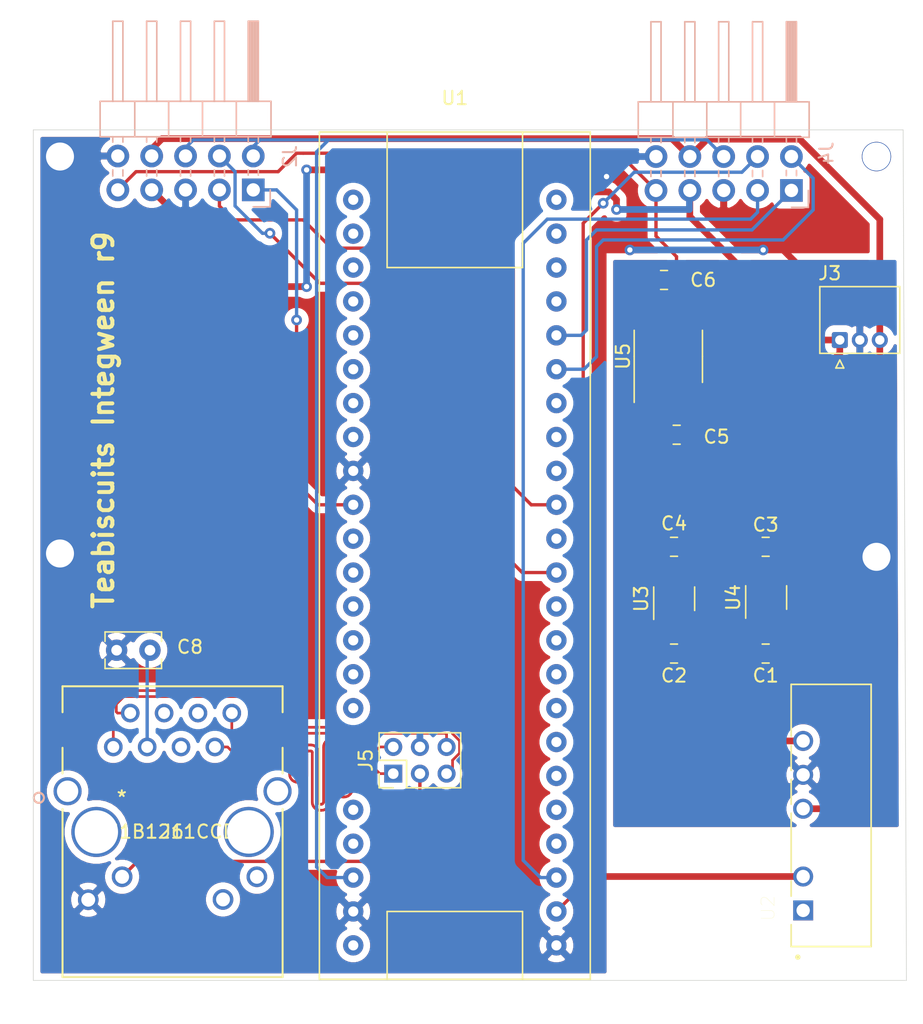
<source format=kicad_pcb>
(kicad_pcb (version 20171130) (host pcbnew "(5.1.6-0-10_14)")
  (layers (0 F.Cu signal) (31 B.Cu signal) (34 B.Paste user) (35 F.Paste user) (36 B.SilkS user) (37 F.SilkS user) (38 B.Mask user) (39 F.Mask user) (44 Edge.Cuts user))
  (net 0 "")
  (net 1 +5V)
  (net 2 GND)
  (net 3 SPI4_CS2)
  (net 4 SPI4_CS1)
  (net 5 SPI4_CS0)
  (net 6 SPI4_SCLK)
  (net 7 SPI4_MOSI)
  (net 8 SPI4_MISO)
  (net 9 SPI1_CS0)
  (net 10 SPI1_SCLK)
  (net 11 SPI1_MOSI)
  (net 12 SPI1_MISO)
  (net 13 2)
  (net 14 3)
  (net 15 4)
  (net 16 5)
  (net 17 6)
  (net 18 7)
  (net 19 8)
  (net 20 9)
  (net 21 24)
  (net 22 25)
  (net 23 28)
  (net 24 30)
  (net 25 31)
  (net 26 35)
  (net 27 16)
  (net 28 17)
  (net 29 18)
  (net 30 19)
  (net 31 22)
  (net 32 23)
  (net 33 O1)
  (net 34 "Net-(U1-PadM2)")
  (net 35 A1)
  (net 36 A2)
  (net 37 A4)
  (net 38 A3)
  (net 39 +2V5)
  (net 40 -2V5)
  (net 41 "Net-(C8-Pad2)")
  (net 42 IOREF)
  (net 43 "Net-(J6-Pad11)")
  (net 44 "Net-(J6-Pad12)")
  (net 45 "Net-(U4-Pad4)")
  (net 46 T-)
  (net 47 T+)
  (net 48 R+)
  (net 49 R-)
  (net 50 LED)
  (net 51 "Net-(J6-Pad4)")
  (net 52 "Net-(J6-Pad6)")
  (net 53 "Net-(J6-Pad5)")
  (net 54 "Net-(U1-Pad39)")
  (net 55 "Net-(C1-Pad1)")
  (net 56 "Net-(C2-Pad1)")
  (net 57 REF)
  (net 58 "Net-(U5-Pad8)")
  (net 59 "Net-(U5-Pad7)")
  (net 60 "Net-(U5-Pad5)")
  (net 61 "Net-(U5-Pad3)")
  (net 62 "Net-(U5-Pad1)")
  (net 63 DAC_LDAC)
  (net 64 "Net-(U1-Pad34)")
  (module teensy41:teensy41 (layer F.Cu) (at 124.62 141.47 180)
    (fp_text reference U1 (at 0 38.1) (layer F.SilkS))
    (fp_text value teensy41)
    (pad M1 thru_hole circle (at -7.62 -25.4 180) (size 1.524 1.524) (drill 0.762) (layers *.Cu *.Mask) (net 2 GND))
    (pad 0 thru_hole circle (at -7.62 -22.86 180) (size 1.524 1.524) (drill 0.762) (layers *.Cu *.Mask) (net 63 DAC_LDAC))
    (pad 1 thru_hole circle (at -7.62 -20.32 180) (size 1.524 1.524) (drill 0.762) (layers *.Cu *.Mask) (net 12 SPI1_MISO))
    (pad 2 thru_hole circle (at -7.62 -17.78 180) (size 1.524 1.524) (drill 0.762) (layers *.Cu *.Mask) (net 13 2))
    (pad 3 thru_hole circle (at -7.62 -15.24 180) (size 1.524 1.524) (drill 0.762) (layers *.Cu *.Mask) (net 14 3))
    (pad 4 thru_hole circle (at -7.62 -12.7 180) (size 1.524 1.524) (drill 0.762) (layers *.Cu *.Mask) (net 15 4))
    (pad 5 thru_hole circle (at -7.62 -10.16 180) (size 1.524 1.524) (drill 0.762) (layers *.Cu *.Mask) (net 16 5))
    (pad 6 thru_hole circle (at -7.62 -7.62 180) (size 1.524 1.524) (drill 0.762) (layers *.Cu *.Mask) (net 17 6))
    (pad 7 thru_hole circle (at -7.62 -5.08 180) (size 1.524 1.524) (drill 0.762) (layers *.Cu *.Mask) (net 18 7))
    (pad 8 thru_hole circle (at -7.62 -2.54 180) (size 1.524 1.524) (drill 0.762) (layers *.Cu *.Mask) (net 19 8))
    (pad 9 thru_hole circle (at -7.62 0 180) (size 1.524 1.524) (drill 0.762) (layers *.Cu *.Mask) (net 20 9))
    (pad 10 thru_hole circle (at -7.62 2.54 180) (size 1.524 1.524) (drill 0.762) (layers *.Cu *.Mask) (net 5 SPI4_CS0))
    (pad 11 thru_hole circle (at -7.62 5.08 180) (size 1.524 1.524) (drill 0.762) (layers *.Cu *.Mask) (net 7 SPI4_MOSI))
    (pad 12 thru_hole circle (at -7.62 7.62 180) (size 1.524 1.524) (drill 0.762) (layers *.Cu *.Mask) (net 8 SPI4_MISO))
    (pad M2 thru_hole circle (at -7.62 10.16 180) (size 1.524 1.524) (drill 0.762) (layers *.Cu *.Mask) (net 34 "Net-(U1-PadM2)"))
    (pad 24 thru_hole circle (at -7.62 12.7 180) (size 1.524 1.524) (drill 0.762) (layers *.Cu *.Mask) (net 21 24))
    (pad 25 thru_hole circle (at -7.62 15.24 180) (size 1.524 1.524) (drill 0.762) (layers *.Cu *.Mask) (net 22 25))
    (pad 26 thru_hole circle (at -7.62 17.78 180) (size 1.524 1.524) (drill 0.762) (layers *.Cu *.Mask) (net 11 SPI1_MOSI))
    (pad 27 thru_hole circle (at -7.62 20.32 180) (size 1.524 1.524) (drill 0.762) (layers *.Cu *.Mask) (net 10 SPI1_SCLK))
    (pad 28 thru_hole circle (at -7.62 22.86 180) (size 1.524 1.524) (drill 0.762) (layers *.Cu *.Mask) (net 23 28))
    (pad 29 thru_hole circle (at -7.62 25.4 180) (size 1.524 1.524) (drill 0.762) (layers *.Cu *.Mask) (net 33 O1))
    (pad 30 thru_hole circle (at -7.62 27.94 180) (size 1.524 1.524) (drill 0.762) (layers *.Cu *.Mask) (net 24 30))
    (pad 31 thru_hole circle (at -7.62 30.48 180) (size 1.524 1.524) (drill 0.762) (layers *.Cu *.Mask) (net 25 31))
    (pad 41 thru_hole circle (at 7.62 12.7 180) (size 1.524 1.524) (drill 0.762) (layers *.Cu *.Mask) (net 35 A1))
    (pad 18 thru_hole circle (at 7.62 -5.08 180) (size 1.524 1.524) (drill 0.762) (layers *.Cu *.Mask) (net 29 18))
    (pad M6 thru_hole circle (at 7.62 -25.4 180) (size 1.524 1.524) (drill 0.762) (layers *.Cu *.Mask) (net 1 +5V))
    (pad 16 thru_hole circle (at 7.62 0 180) (size 1.524 1.524) (drill 0.762) (layers *.Cu *.Mask) (net 27 16))
    (pad 38 thru_hole circle (at 7.62 20.32 180) (size 1.524 1.524) (drill 0.762) (layers *.Cu *.Mask) (net 9 SPI1_CS0))
    (pad 13 thru_hole circle (at 7.62 7.62 180) (size 1.524 1.524) (drill 0.762) (layers *.Cu *.Mask) (net 6 SPI4_SCLK))
    (pad 34 thru_hole circle (at 7.62 30.48 180) (size 1.524 1.524) (drill 0.762) (layers *.Cu *.Mask) (net 64 "Net-(U1-Pad34)"))
    (pad 17 thru_hole circle (at 7.62 -2.54 180) (size 1.524 1.524) (drill 0.762) (layers *.Cu *.Mask) (net 28 17))
    (pad 36 thru_hole circle (at 7.62 25.4 180) (size 1.524 1.524) (drill 0.762) (layers *.Cu *.Mask) (net 3 SPI4_CS2))
    (pad 37 thru_hole circle (at 7.62 22.86 180) (size 1.524 1.524) (drill 0.762) (layers *.Cu *.Mask) (net 4 SPI4_CS1))
    (pad 40 thru_hole circle (at 7.62 15.24 180) (size 1.524 1.524) (drill 0.762) (layers *.Cu *.Mask) (net 36 A2))
    (pad 22 thru_hole circle (at 7.62 -15.24 180) (size 1.524 1.524) (drill 0.762) (layers *.Cu *.Mask) (net 31 22))
    (pad 19 thru_hole circle (at 7.62 -7.62 180) (size 1.524 1.524) (drill 0.762) (layers *.Cu *.Mask) (net 30 19))
    (pad 23 thru_hole circle (at 7.62 -17.78 180) (size 1.524 1.524) (drill 0.762) (layers *.Cu *.Mask) (net 32 23))
    (pad 15 thru_hole circle (at 7.62 2.54 180) (size 1.524 1.524) (drill 0.762) (layers *.Cu *.Mask) (net 37 A4))
    (pad M5 thru_hole circle (at 7.62 -22.86 180) (size 1.524 1.524) (drill 0.762) (layers *.Cu *.Mask) (net 2 GND))
    (pad 39 thru_hole circle (at 7.62 17.78 180) (size 1.524 1.524) (drill 0.762) (layers *.Cu *.Mask) (net 54 "Net-(U1-Pad39)"))
    (pad 14 thru_hole circle (at 7.62 5.08 180) (size 1.524 1.524) (drill 0.762) (layers *.Cu *.Mask) (net 38 A3))
    (pad M3 thru_hole circle (at 7.62 10.16 180) (size 1.524 1.524) (drill 0.762) (layers *.Cu *.Mask) (net 2 GND))
    (pad 35 thru_hole circle (at 7.62 27.94 180) (size 1.524 1.524) (drill 0.762) (layers *.Cu *.Mask) (net 26 35))
    (pad M4 thru_hole circle (at 7.62 -20.32 180) (size 1.524 1.524) (drill 0.762) (layers *.Cu *.Mask) (net 42 IOREF))
  )
  (module Package_TO_SOT_SMD:TSOT-23-5 (layer F.Cu) (at 147.95 140.8 90)
    (fp_text reference U4 (at 0 -2.45 90) (layer F.SilkS))
    (fp_text value ADP7182AUJZ-2.5)
    (pad 5 smd rect (at 1.31 -0.95 90) (size 1.22 0.65) (layers F.Cu F.Paste F.Mask) (net 40 -2V5))
    (pad 4 smd rect (at 1.31 0.95 90) (size 1.22 0.65) (layers F.Cu F.Paste F.Mask) (net 45 "Net-(U4-Pad4)"))
    (pad 3 smd rect (at -1.31 0.95 90) (size 1.22 0.65) (layers F.Cu F.Paste F.Mask) (net 55 "Net-(C1-Pad1)"))
    (pad 2 smd rect (at -1.31 0 90) (size 1.22 0.65) (layers F.Cu F.Paste F.Mask) (net 55 "Net-(C1-Pad1)"))
    (pad 1 smd rect (at -1.31 -0.95 90) (size 1.22 0.65) (layers F.Cu F.Paste F.Mask) (net 2 GND))
  )
  (module PDME1-S5-D3-S:CONV_PDME1-S5-D3-S (layer F.Cu) (at 150.75 164.25 90)
    (fp_text reference U2 (at 0.175 -2.635 90) (layer F.SilkS) (effects (font (thickness 0.015))))
    (fp_text value PDME1-S5-D3-S)
    (pad 6 thru_hole circle (at 12.7 0 90) (size 1.5 1.5) (drill 1) (layers *.Cu *.Mask) (net 56 "Net-(C2-Pad1)"))
    (pad 5 thru_hole circle (at 10.16 0 90) (size 1.5 1.5) (drill 1) (layers *.Cu *.Mask) (net 2 GND))
    (pad 4 thru_hole circle (at 7.62 0 90) (size 1.5 1.5) (drill 1) (layers *.Cu *.Mask) (net 55 "Net-(C1-Pad1)"))
    (pad 2 thru_hole circle (at 2.54 0 90) (size 1.5 1.5) (drill 1) (layers *.Cu *.Mask) (net 2 GND))
    (pad 1 thru_hole rect (at 0 0 90) (size 1.5 1.5) (drill 1) (layers *.Cu *.Mask) (net 1 +5V))
  )
  (module Package_SO:SOIC-8_3.9x4.9mm_P1.27mm (layer F.Cu) (at 140.635 122.725 90)
    (fp_text reference U5 (at 0 -3.4 90) (layer F.SilkS))
    (fp_text value REF5020AD)
    (pad 8 smd roundrect (at 2.475 -1.905 90) (size 1.95 0.6) (layers F.Cu F.Paste F.Mask) (net 58 "Net-(U5-Pad8)"))
    (pad 7 smd roundrect (at 2.475 -0.635 90) (size 1.95 0.6) (layers F.Cu F.Paste F.Mask) (net 59 "Net-(U5-Pad7)"))
    (pad 6 smd roundrect (at 2.475 0.635 90) (size 1.95 0.6) (layers F.Cu F.Paste F.Mask) (net 57 REF))
    (pad 5 smd roundrect (at 2.475 1.905 90) (size 1.95 0.6) (layers F.Cu F.Paste F.Mask) (net 60 "Net-(U5-Pad5)"))
    (pad 4 smd roundrect (at -2.475 1.905 90) (size 1.95 0.6) (layers F.Cu F.Paste F.Mask) (net 2 GND))
    (pad 3 smd roundrect (at -2.475 0.635 90) (size 1.95 0.6) (layers F.Cu F.Paste F.Mask) (net 61 "Net-(U5-Pad3)"))
    (pad 2 smd roundrect (at -2.475 -0.635 90) (size 1.95 0.6) (layers F.Cu F.Paste F.Mask) (net 39 +2V5))
    (pad 1 smd roundrect (at -2.475 -1.905 90) (size 1.95 0.6) (layers F.Cu F.Paste F.Mask) (net 62 "Net-(U5-Pad1)"))
  )
  (module Package_TO_SOT_SMD:TSOT-23-5 (layer F.Cu) (at 141.05 140.89 90)
    (fp_text reference U3 (at 0 -2.45 90) (layer F.SilkS))
    (fp_text value ADP7142AUJZ-2.5)
    (pad 5 smd rect (at 1.31 -0.95 90) (size 1.22 0.65) (layers F.Cu F.Paste F.Mask) (net 39 +2V5))
    (pad 4 smd rect (at 1.31 0.95 90) (size 1.22 0.65) (layers F.Cu F.Paste F.Mask) (net 39 +2V5))
    (pad 3 smd rect (at -1.31 0.95 90) (size 1.22 0.65) (layers F.Cu F.Paste F.Mask) (net 56 "Net-(C2-Pad1)"))
    (pad 2 smd rect (at -1.31 0 90) (size 1.22 0.65) (layers F.Cu F.Paste F.Mask) (net 2 GND))
    (pad 1 smd rect (at -1.31 -0.95 90) (size 1.22 0.65) (layers F.Cu F.Paste F.Mask) (net 56 "Net-(C2-Pad1)"))
  )
  (module Connector_PinHeader_2.54mm:PinHeader_2x05_P2.54mm_Horizontal (layer B.Cu) (at 149.87 110.29 90)
    (fp_text reference J4 (at 2.79 2.63 90) (layer B.SilkS) (effects (justify mirror)))
    (fp_text value Conn_02x05_Odd_Even)
    (pad 10 thru_hole oval (at 2.54 -10.16 90) (size 1.7 1.7) (drill 1) (layers *.Cu *.Mask) (net 2 GND))
    (pad 9 thru_hole oval (at 0 -10.16 90) (size 1.7 1.7) (drill 1) (layers *.Cu *.Mask) (net 57 REF))
    (pad 8 thru_hole oval (at 2.54 -7.62 90) (size 1.7 1.7) (drill 1) (layers *.Cu *.Mask) (net 40 -2V5))
    (pad 7 thru_hole oval (at 0 -7.62 90) (size 1.7 1.7) (drill 1) (layers *.Cu *.Mask) (net 39 +2V5))
    (pad 6 thru_hole oval (at 2.54 -5.08 90) (size 1.7 1.7) (drill 1) (layers *.Cu *.Mask) (net 42 IOREF))
    (pad 5 thru_hole oval (at 0 -5.08 90) (size 1.7 1.7) (drill 1) (layers *.Cu *.Mask) (net 2 GND))
    (pad 4 thru_hole oval (at 2.54 -2.54 90) (size 1.7 1.7) (drill 1) (layers *.Cu *.Mask) (net 63 DAC_LDAC))
    (pad 3 thru_hole oval (at 0 -2.54 90) (size 1.7 1.7) (drill 1) (layers *.Cu *.Mask) (net 12 SPI1_MISO))
    (pad 2 thru_hole oval (at 2.54 0 90) (size 1.7 1.7) (drill 1) (layers *.Cu *.Mask) (net 11 SPI1_MOSI))
    (pad 1 thru_hole rect (at 0 0 90) (size 1.7 1.7) (drill 1) (layers *.Cu *.Mask) (net 10 SPI1_SCLK))
  )
  (module Connector_PinHeader_2.54mm:PinHeader_2x05_P2.54mm_Horizontal (layer B.Cu) (at 109.5 110.25 90)
    (fp_text reference J2 (at 2.5 2.75 90) (layer B.SilkS) (effects (justify mirror)))
    (fp_text value Conn_02x05_Odd_Even)
    (pad 10 thru_hole oval (at 2.54 -10.16 90) (size 1.7 1.7) (drill 1) (layers *.Cu *.Mask) (net 2 GND))
    (pad 9 thru_hole oval (at 0 -10.16 90) (size 1.7 1.7) (drill 1) (layers *.Cu *.Mask) (net 57 REF))
    (pad 8 thru_hole oval (at 2.54 -7.62 90) (size 1.7 1.7) (drill 1) (layers *.Cu *.Mask) (net 40 -2V5))
    (pad 7 thru_hole oval (at 0 -7.62 90) (size 1.7 1.7) (drill 1) (layers *.Cu *.Mask) (net 39 +2V5))
    (pad 6 thru_hole oval (at 2.54 -5.08 90) (size 1.7 1.7) (drill 1) (layers *.Cu *.Mask) (net 42 IOREF))
    (pad 5 thru_hole oval (at 0 -5.08 90) (size 1.7 1.7) (drill 1) (layers *.Cu *.Mask) (net 2 GND))
    (pad 4 thru_hole oval (at 2.54 -2.54 90) (size 1.7 1.7) (drill 1) (layers *.Cu *.Mask) (net 5 SPI4_CS0))
    (pad 3 thru_hole oval (at 0 -2.54 90) (size 1.7 1.7) (drill 1) (layers *.Cu *.Mask) (net 8 SPI4_MISO))
    (pad 2 thru_hole oval (at 2.54 0 90) (size 1.7 1.7) (drill 1) (layers *.Cu *.Mask) (net 42 IOREF))
    (pad 1 thru_hole rect (at 0 0 90) (size 1.7 1.7) (drill 1) (layers *.Cu *.Mask) (net 6 SPI4_SCLK))
  )
  (module Capacitor_SMD:C_0805_2012Metric (layer F.Cu) (at 140.3125 117 180)
    (fp_text reference C6 (at -2.9375 0) (layer F.SilkS))
    (fp_text value 0.1uF)
    (pad 2 smd roundrect (at 0.9375 0 180) (size 0.975 1.4) (layers F.Cu F.Paste F.Mask) (net 2 GND))
    (pad 1 smd roundrect (at -0.9375 0 180) (size 0.975 1.4) (layers F.Cu F.Paste F.Mask) (net 57 REF))
  )
  (module Capacitor_SMD:C_0805_2012Metric (layer F.Cu) (at 141.2625 128.6)
    (fp_text reference C5 (at 2.9875 0.15) (layer F.SilkS))
    (fp_text value 0.1uF)
    (pad 2 smd roundrect (at 0.9375 0) (size 0.975 1.4) (layers F.Cu F.Paste F.Mask) (net 2 GND))
    (pad 1 smd roundrect (at -0.9375 0) (size 0.975 1.4) (layers F.Cu F.Paste F.Mask) (net 39 +2V5))
  )
  (module Capacitor_SMD:C_0805_2012Metric (layer F.Cu) (at 141.0625 137 180)
    (fp_text reference C4 (at 0 1.75) (layer F.SilkS))
    (fp_text value 2.2uF)
    (pad 2 smd roundrect (at 0.9375 0 180) (size 0.975 1.4) (layers F.Cu F.Paste F.Mask) (net 2 GND))
    (pad 1 smd roundrect (at -0.9375 0 180) (size 0.975 1.4) (layers F.Cu F.Paste F.Mask) (net 39 +2V5))
  )
  (module Capacitor_SMD:C_0805_2012Metric (layer F.Cu) (at 147.9375 137)
    (fp_text reference C3 (at 0 -1.65) (layer F.SilkS))
    (fp_text value 2.2uF)
    (pad 2 smd roundrect (at 0.9375 0) (size 0.975 1.4) (layers F.Cu F.Paste F.Mask) (net 2 GND))
    (pad 1 smd roundrect (at -0.9375 0) (size 0.975 1.4) (layers F.Cu F.Paste F.Mask) (net 40 -2V5))
  )
  (module Capacitor_SMD:C_0805_2012Metric (layer F.Cu) (at 141.0625 145 180)
    (fp_text reference C2 (at 0 -1.65) (layer F.SilkS))
    (fp_text value 2.2uF)
    (pad 2 smd roundrect (at 0.9375 0 180) (size 0.975 1.4) (layers F.Cu F.Paste F.Mask) (net 2 GND))
    (pad 1 smd roundrect (at -0.9375 0 180) (size 0.975 1.4) (layers F.Cu F.Paste F.Mask) (net 56 "Net-(C2-Pad1)"))
  )
  (module Capacitor_SMD:C_0805_2012Metric (layer F.Cu) (at 147.9375 145 180)
    (fp_text reference C1 (at 0 -1.65) (layer F.SilkS))
    (fp_text value 2.2uF)
    (pad 2 smd roundrect (at 0.9375 0 180) (size 0.975 1.4) (layers F.Cu F.Paste F.Mask) (net 2 GND))
    (pad 1 smd roundrect (at -0.9375 0 180) (size 0.975 1.4) (layers F.Cu F.Paste F.Mask) (net 55 "Net-(C1-Pad1)"))
  )
  (module Capacitor_THT:C_Rect_L4.0mm_W2.5mm_P2.50mm (layer F.Cu) (at 99.25 144.75)
    (fp_text reference C8 (at 5.5 -0.25) (layer F.SilkS))
    (fp_text value CP)
    (pad 2 thru_hole circle (at 2.5 0) (size 1.6 1.6) (drill 0.8) (layers *.Cu *.Mask) (net 41 "Net-(C8-Pad2)"))
    (pad 1 thru_hole circle (at 0 0) (size 1.6 1.6) (drill 0.8) (layers *.Cu *.Mask) (net 2 GND))
  )
  (module JST1_5_3p:JST (layer F.Cu) (at 153.5 121.5)
    (fp_text reference J3 (at -0.75 -5 180) (layer F.SilkS))
    (fp_text value Conn_01x03 hide)
    (pad 3 thru_hole oval (at 3 0) (size 1.2 1.2) (drill 0.7) (layers *.Cu *.Mask) (net 40 -2V5))
    (pad 2 thru_hole oval (at 1.5 0) (size 1.2 1.2) (drill 0.7) (layers *.Cu *.Mask) (net 2 GND))
    (pad 1 thru_hole roundrect (at 0 0) (size 1.2 1.2) (drill 0.7) (layers *.Cu *.Mask) (roundrect_rratio 0.147) (net 39 +2V5))
  )
  (module footprints:J1B1211CCD (layer F.Cu) (at 99.635 155.79001)
    (fp_text reference J6 (at 3.81 2.55999) (layer F.SilkS))
    (fp_text value J1B1211CCD (at 3.81 2.55999) (layer F.SilkS))
    (fp_text user * (at 0 0) (layer F.SilkS))
    (pad 2 thru_hole circle (at 0.635 -6.33001) (size 1.397 1.397) (drill 0.889) (layers *.Cu *.Mask) (net 47 T+))
    (pad 4 thru_hole circle (at 3.175 -6.33001) (size 1.397 1.397) (drill 0.889) (layers *.Cu *.Mask) (net 51 "Net-(J6-Pad4)"))
    (pad 6 thru_hole circle (at 5.715 -6.33001) (size 1.397 1.397) (drill 0.889) (layers *.Cu *.Mask) (net 52 "Net-(J6-Pad6)"))
    (pad 8 thru_hole circle (at 8.255 -6.33001) (size 1.397 1.397) (drill 0.889) (layers *.Cu *.Mask) (net 49 R-))
    (pad 1 thru_hole circle (at -0.635 -3.79001) (size 1.397 1.397) (drill 0.889) (layers *.Cu *.Mask) (net 46 T-))
    (pad 3 thru_hole circle (at 1.905 -3.79001) (size 1.397 1.397) (drill 0.889) (layers *.Cu *.Mask) (net 41 "Net-(C8-Pad2)"))
    (pad 5 thru_hole circle (at 4.445 -3.79001) (size 1.397 1.397) (drill 0.889) (layers *.Cu *.Mask) (net 53 "Net-(J6-Pad5)"))
    (pad 7 thru_hole circle (at 6.985 -3.79001) (size 1.397 1.397) (drill 0.889) (layers *.Cu *.Mask) (net 48 R+))
    (pad 9 thru_hole circle (at -2.515 7.65999) (size 1.5494 1.5494) (drill 1.0414) (layers *.Cu *.Mask) (net 2 GND))
    (pad 10 thru_hole circle (at 0.025 5.93999) (size 1.5494 1.5494) (drill 1.0414) (layers *.Cu *.Mask) (net 50 LED))
    (pad 11 thru_hole circle (at 7.595 7.63999) (size 1.5494 1.5494) (drill 1.0414) (layers *.Cu *.Mask) (net 43 "Net-(J6-Pad11)"))
    (pad 12 thru_hole circle (at 10.135 5.93999) (size 1.5494 1.5494) (drill 1.0414) (layers *.Cu *.Mask) (net 44 "Net-(J6-Pad12)"))
    (pad 14 thru_hole circle (at -1.905 2.57999 90) (size 3.7592 3.7592) (drill 3.2512) (layers *.Cu *.Mask))
    (pad 15 thru_hole circle (at 9.525 2.57999 90) (size 3.7592 3.7592) (drill 3.2512) (layers *.Cu *.Mask))
    (pad 13 thru_hole circle (at -4.064998 -0.47001 90) (size 2.1082 2.1082) (drill 1.6002) (layers *.Cu *.Mask))
    (pad 16 thru_hole circle (at 11.684998 -0.47001 90) (size 2.1082 2.1082) (drill 1.6002) (layers *.Cu *.Mask))
  )
  (module Connector_PinHeader_2.00mm:PinHeader_2x03_P2.00mm_Vertical (layer F.Cu) (at 120 154 90)
    (fp_text reference J5 (at 1 -2.06 90) (layer F.SilkS))
    (fp_text value Conn_02x03_Odd_Even hide)
    (pad 1 thru_hole rect (at 0 0 90) (size 1.35 1.35) (drill 0.8) (layers *.Cu *.Mask) (net 48 R+))
    (pad 2 thru_hole oval (at 2 0 90) (size 1.35 1.35) (drill 0.8) (layers *.Cu *.Mask) (net 49 R-))
    (pad 3 thru_hole oval (at 0 2 90) (size 1.35 1.35) (drill 0.8) (layers *.Cu *.Mask) (net 50 LED))
    (pad 4 thru_hole oval (at 2 2 90) (size 1.35 1.35) (drill 0.8) (layers *.Cu *.Mask) (net 2 GND))
    (pad 5 thru_hole oval (at 0 4 90) (size 1.35 1.35) (drill 0.8) (layers *.Cu *.Mask) (net 46 T-))
    (pad 6 thru_hole oval (at 2 4 90) (size 1.35 1.35) (drill 0.8) (layers *.Cu *.Mask) (net 47 T+))
  )
  (gr_text "Teabiscuits Integween r9" (at 98.25 127.5 90) (layer F.SilkS) (effects (font (size 1.5 1.5) (thickness 0.3))))
  (gr_line (start 93 105.75) (end 93 169.5) (layer Edge.Cuts) (width 0.05))
  (gr_line (start 158.25 105.75) (end 93 105.75) (layer Edge.Cuts) (width 0.05))
  (gr_line (start 158.5 169.5) (end 158.25 105.75) (layer Edge.Cuts) (width 0.05))
  (gr_line (start 93 169.5) (end 158.5 169.5) (layer Edge.Cuts) (width 0.05))
  (via (at 156.25 107.75) (size 2.2) (drill 2.1) (layers F.Cu B.Cu) (net 0))
  (via (at 95 107.75) (size 2.2) (drill 2.1) (layers F.Cu B.Cu) (net 2))
  (via (at 156.25 137.75) (size 2.2) (drill 2.1) (layers F.Cu B.Cu) (net 2))
  (via (at 95 137.5) (size 2.2) (drill 2.1) (layers F.Cu B.Cu) (net 2))
  (segment (start 150.75 161.71) (end 135.29 161.71) (width 0.5) (layer F.Cu) (net 2))
  (segment (start 141.05 142.2) (end 141.05 141.05) (width 0.5) (layer F.Cu) (net 2))
  (segment (start 155 121.5) (end 155 119.5) (width 0.5) (layer F.Cu) (net 2))
  (segment (start 155 119.5) (end 151.5 116) (width 0.5) (layer F.Cu) (net 2))
  (segment (start 151.5 116) (end 150.5 116) (width 0.5) (layer F.Cu) (net 2))
  (segment (start 150.5 116) (end 147.25 112.75) (width 0.5) (layer F.Cu) (net 2))
  (segment (start 145.33 112.75) (end 144.79 112.21) (width 0.5) (layer F.Cu) (net 2))
  (segment (start 147.25 112.75) (end 145.33 112.75) (width 0.5) (layer F.Cu) (net 2))
  (segment (start 144.79 112.21) (end 144.79 112.79) (width 0.5) (layer F.Cu) (net 2))
  (segment (start 144.79 110.29) (end 144.79 112.21) (width 0.5) (layer F.Cu) (net 2))
  (via (at 147.75 114.75) (size 0.8) (drill 0.4) (layers F.Cu B.Cu) (net 2))
  (segment (start 144.79 111.79) (end 147.75 114.75) (width 0.5) (layer F.Cu) (net 2))
  (segment (start 144.79 110.29) (end 144.79 111.79) (width 0.5) (layer F.Cu) (net 2))
  (via (at 137.75 114.75) (size 0.8) (drill 0.4) (layers F.Cu B.Cu) (net 2))
  (segment (start 147.75 114.75) (end 137.75 114.75) (width 0.5) (layer B.Cu) (net 2))
  (via (at 136 109.25) (size 0.8) (drill 0.4) (layers F.Cu B.Cu) (net 2))
  (segment (start 137.75 110) (end 137 109.25) (width 0.5) (layer F.Cu) (net 2))
  (segment (start 137.75 114.75) (end 137.75 110) (width 0.5) (layer F.Cu) (net 2))
  (segment (start 127 117.25) (end 128.25 118.5) (width 0.25) (layer F.Cu) (net 5))
  (segment (start 128.25 118.5) (end 128.25 137.5) (width 0.25) (layer F.Cu) (net 5))
  (segment (start 129.68 138.93) (end 132.24 138.93) (width 0.25) (layer F.Cu) (net 5))
  (segment (start 128.25 137.5) (end 129.68 138.93) (width 0.25) (layer F.Cu) (net 5))
  (via (at 110.75 113.5) (size 0.8) (drill 0.4) (layers F.Cu B.Cu) (net 5))
  (segment (start 108.135001 108.885001) (end 106.96 107.71) (width 0.25) (layer B.Cu) (net 5))
  (segment (start 110.184315 113.5) (end 108.135001 111.450686) (width 0.25) (layer B.Cu) (net 5))
  (segment (start 108.135001 111.450686) (end 108.135001 108.885001) (width 0.25) (layer B.Cu) (net 5))
  (segment (start 110.75 113.5) (end 110.184315 113.5) (width 0.25) (layer B.Cu) (net 5))
  (segment (start 114.75 117.25) (end 114.5 117.25) (width 0.25) (layer F.Cu) (net 5))
  (segment (start 114.5 117.25) (end 110.75 113.5) (width 0.25) (layer F.Cu) (net 5))
  (segment (start 114.75 117.25) (end 127 117.25) (width 0.25) (layer F.Cu) (net 5))
  (segment (start 112.75 120) (end 112.75 132.25) (width 0.25) (layer F.Cu) (net 6))
  (segment (start 114.35 133.85) (end 117 133.85) (width 0.25) (layer F.Cu) (net 6))
  (segment (start 112.75 132.25) (end 114.35 133.85) (width 0.25) (layer F.Cu) (net 6))
  (via (at 112.75 120) (size 0.8) (drill 0.4) (layers F.Cu B.Cu) (net 6))
  (segment (start 112.75 120) (end 112.75 111.75) (width 0.25) (layer B.Cu) (net 6))
  (segment (start 111.25 110.25) (end 109.5 110.25) (width 0.25) (layer B.Cu) (net 6))
  (segment (start 112.75 111.75) (end 111.25 110.25) (width 0.25) (layer B.Cu) (net 6))
  (segment (start 115.367001 114.617001) (end 127.617001 114.617001) (width 0.25) (layer F.Cu) (net 8))
  (segment (start 113.25 112.5) (end 115.367001 114.617001) (width 0.25) (layer F.Cu) (net 8))
  (segment (start 127.617001 114.617001) (end 129 116) (width 0.25) (layer F.Cu) (net 8))
  (segment (start 129 116) (end 129 132.5) (width 0.25) (layer F.Cu) (net 8))
  (segment (start 130.35 133.85) (end 132.24 133.85) (width 0.25) (layer F.Cu) (net 8))
  (segment (start 129 132.5) (end 130.35 133.85) (width 0.25) (layer F.Cu) (net 8))
  (segment (start 113.25 112.5) (end 108 112.5) (width 0.25) (layer F.Cu) (net 8))
  (segment (start 106.96 111.46) (end 106.96 110.25) (width 0.25) (layer F.Cu) (net 8))
  (segment (start 108 112.5) (end 106.96 111.46) (width 0.25) (layer F.Cu) (net 8))
  (segment (start 134.1 121.15) (end 132.24 121.15) (width 0.25) (layer B.Cu) (net 10))
  (segment (start 134.5 120.75) (end 134.1 121.15) (width 0.25) (layer B.Cu) (net 10))
  (segment (start 134.5 114) (end 134.5 120.75) (width 0.25) (layer B.Cu) (net 10))
  (segment (start 135.25 113.25) (end 134.5 114) (width 0.25) (layer B.Cu) (net 10))
  (segment (start 146.91 113.25) (end 135.25 113.25) (width 0.25) (layer B.Cu) (net 10))
  (segment (start 149.87 110.29) (end 146.91 113.25) (width 0.25) (layer B.Cu) (net 10))
  (segment (start 135.75 114) (end 135.25 114.5) (width 0.25) (layer B.Cu) (net 11))
  (segment (start 135.25 114.5) (end 135.25 122.75) (width 0.25) (layer B.Cu) (net 11))
  (segment (start 151.5 111.75) (end 149.25 114) (width 0.25) (layer B.Cu) (net 11))
  (segment (start 134.31 123.69) (end 132.24 123.69) (width 0.25) (layer B.Cu) (net 11))
  (segment (start 149.25 114) (end 135.75 114) (width 0.25) (layer B.Cu) (net 11))
  (segment (start 151.5 109.38) (end 151.5 111.75) (width 0.25) (layer B.Cu) (net 11))
  (segment (start 135.25 122.75) (end 134.31 123.69) (width 0.25) (layer B.Cu) (net 11))
  (segment (start 149.87 107.75) (end 151.5 109.38) (width 0.25) (layer B.Cu) (net 11))
  (segment (start 147.33 110.29) (end 147.33 111.92) (width 0.25) (layer B.Cu) (net 12))
  (segment (start 146.807001 112.442999) (end 131.557001 112.442999) (width 0.25) (layer B.Cu) (net 12))
  (segment (start 147.33 111.92) (end 146.807001 112.442999) (width 0.25) (layer B.Cu) (net 12))
  (segment (start 131.557001 112.442999) (end 129.75 114.25) (width 0.25) (layer B.Cu) (net 12))
  (segment (start 129.75 114.25) (end 129.75 160.5) (width 0.25) (layer B.Cu) (net 12))
  (segment (start 131.04 161.79) (end 132.24 161.79) (width 0.25) (layer B.Cu) (net 12))
  (segment (start 129.75 160.5) (end 131.04 161.79) (width 0.25) (layer B.Cu) (net 12))
  (segment (start 153.25 121.25) (end 153.5 121.5) (width 0.5) (layer F.Cu) (net 39))
  (segment (start 142.25 110.29) (end 142.25 112.25) (width 0.5) (layer F.Cu) (net 39))
  (segment (start 151.5 121.5) (end 153.5 121.5) (width 0.5) (layer F.Cu) (net 39))
  (segment (start 142.25 112.25) (end 151.5 121.5) (width 0.5) (layer F.Cu) (net 39))
  (segment (start 140.1 139.58) (end 142 139.58) (width 0.5) (layer F.Cu) (net 39))
  (segment (start 142 137) (end 142 139.58) (width 0.5) (layer F.Cu) (net 39))
  (segment (start 142 137) (end 142 135.5) (width 0.5) (layer F.Cu) (net 39))
  (segment (start 140.325 133.825) (end 140.325 128.6) (width 0.5) (layer F.Cu) (net 39))
  (segment (start 142 135.5) (end 140.325 133.825) (width 0.5) (layer F.Cu) (net 39))
  (segment (start 140 128.275) (end 140.325 128.6) (width 0.5) (layer F.Cu) (net 39))
  (segment (start 140 125.2) (end 140 128.275) (width 0.5) (layer F.Cu) (net 39))
  (segment (start 140 125.2) (end 140 123.5) (width 0.5) (layer F.Cu) (net 39))
  (segment (start 140 123.5) (end 140.5 123) (width 0.5) (layer F.Cu) (net 39))
  (segment (start 140.5 123) (end 153 123) (width 0.5) (layer F.Cu) (net 39))
  (segment (start 153.5 122.5) (end 153.5 121.5) (width 0.5) (layer F.Cu) (net 39))
  (segment (start 153 123) (end 153.5 122.5) (width 0.5) (layer F.Cu) (net 39))
  (via (at 113.5 117.5) (size 0.8) (drill 0.4) (layers F.Cu B.Cu) (net 39))
  (segment (start 109.13 117.5) (end 113.5 117.5) (width 0.5) (layer F.Cu) (net 39))
  (segment (start 101.88 110.25) (end 109.13 117.5) (width 0.5) (layer F.Cu) (net 39))
  (via (at 113.5 108.75) (size 0.8) (drill 0.4) (layers F.Cu B.Cu) (net 39))
  (segment (start 113.5 117.5) (end 113.5 108.75) (width 0.5) (layer B.Cu) (net 39))
  (segment (start 113.5 108.75) (end 133.5 108.75) (width 0.5) (layer F.Cu) (net 39))
  (via (at 136.75 111.717999) (size 0.8) (drill 0.4) (layers F.Cu B.Cu) (net 39))
  (segment (start 136.158001 110.399999) (end 136.75 110.991998) (width 0.5) (layer F.Cu) (net 39))
  (segment (start 135.149999 110.399999) (end 136.158001 110.399999) (width 0.5) (layer F.Cu) (net 39))
  (segment (start 136.75 110.991998) (end 136.75 111.717999) (width 0.5) (layer F.Cu) (net 39))
  (segment (start 133.5 108.75) (end 135.149999 110.399999) (width 0.5) (layer F.Cu) (net 39))
  (segment (start 136.75 111.717999) (end 142.217999 111.717999) (width 0.5) (layer B.Cu) (net 39))
  (segment (start 142.217999 110.322001) (end 142.25 110.29) (width 0.5) (layer B.Cu) (net 39))
  (segment (start 142.217999 111.717999) (end 142.217999 110.322001) (width 0.5) (layer B.Cu) (net 39))
  (segment (start 143.550001 106.449999) (end 142.25 107.75) (width 0.5) (layer F.Cu) (net 40))
  (segment (start 150.494001 106.449999) (end 143.550001 106.449999) (width 0.5) (layer F.Cu) (net 40))
  (segment (start 156.5 112.455998) (end 150.494001 106.449999) (width 0.5) (layer F.Cu) (net 40))
  (segment (start 156.5 121.5) (end 156.5 112.455998) (width 0.5) (layer F.Cu) (net 40))
  (segment (start 147 139.49) (end 147 137) (width 0.5) (layer F.Cu) (net 40))
  (segment (start 147 137) (end 147 134.5) (width 0.5) (layer F.Cu) (net 40))
  (segment (start 147 134.5) (end 148 133.5) (width 0.5) (layer F.Cu) (net 40))
  (segment (start 148 133.5) (end 155.5 133.5) (width 0.5) (layer F.Cu) (net 40))
  (segment (start 156.5 132.5) (end 156.5 121.5) (width 0.5) (layer F.Cu) (net 40))
  (segment (start 155.5 133.5) (end 156.5 132.5) (width 0.5) (layer F.Cu) (net 40))
  (segment (start 142.25 107.75) (end 140.909999 106.409999) (width 0.5) (layer F.Cu) (net 40))
  (segment (start 140.909999 106.409999) (end 102.659999 106.409999) (width 0.5) (layer F.Cu) (net 40))
  (segment (start 101.88 107.189998) (end 101.88 107.71) (width 0.5) (layer F.Cu) (net 40))
  (segment (start 102.659999 106.409999) (end 101.88 107.189998) (width 0.5) (layer F.Cu) (net 40))
  (segment (start 101.54 144.96) (end 101.75 144.75) (width 0.25) (layer B.Cu) (net 41))
  (segment (start 101.54 152) (end 101.54 144.96) (width 0.25) (layer B.Cu) (net 41))
  (segment (start 117 161.79) (end 115.04 161.79) (width 0.25) (layer B.Cu) (net 42))
  (segment (start 115.04 161.79) (end 114.25 161) (width 0.25) (layer B.Cu) (net 42))
  (segment (start 114.25 107.399998) (end 115.074999 106.574999) (width 0.25) (layer B.Cu) (net 42))
  (segment (start 114.25 161) (end 114.25 107.399998) (width 0.25) (layer B.Cu) (net 42))
  (segment (start 143.54 106.5) (end 143.614999 106.574999) (width 0.25) (layer B.Cu) (net 42))
  (segment (start 143.614999 106.574999) (end 144.79 107.75) (width 0.25) (layer B.Cu) (net 42))
  (segment (start 104.42 107.58) (end 104.42 107.71) (width 0.25) (layer B.Cu) (net 42))
  (segment (start 110.75 106.5) (end 110 106.5) (width 0.25) (layer B.Cu) (net 42))
  (segment (start 110.75 106.5) (end 143.54 106.5) (width 0.25) (layer B.Cu) (net 42))
  (segment (start 109.5 107) (end 109.5 107.71) (width 0.25) (layer B.Cu) (net 42))
  (segment (start 110 106.5) (end 109.5 107) (width 0.25) (layer B.Cu) (net 42))
  (segment (start 110 106.5) (end 105 106.5) (width 0.25) (layer B.Cu) (net 42))
  (segment (start 104.42 107.08) (end 104.42 107.71) (width 0.25) (layer B.Cu) (net 42))
  (segment (start 105 106.5) (end 104.42 107.08) (width 0.25) (layer B.Cu) (net 42))
  (segment (start 98.775 149.553199) (end 99 149.778199) (width 0.2) (layer F.Cu) (net 46))
  (segment (start 99.60669 147.775) (end 98.775 148.60669) (width 0.2) (layer F.Cu) (net 46))
  (segment (start 124.45 150.8818) (end 124.0932 150.525) (width 0.2) (layer F.Cu) (net 46))
  (segment (start 124.45 151.006998) (end 124.45 150.8818) (width 0.2) (layer F.Cu) (net 46))
  (segment (start 124.975001 151.531999) (end 124.45 151.006998) (width 0.2) (layer F.Cu) (net 46))
  (segment (start 99 149.778199) (end 99 152) (width 0.2) (layer F.Cu) (net 46))
  (segment (start 124.45 152.993002) (end 124.975001 152.468001) (width 0.2) (layer F.Cu) (net 46))
  (segment (start 124.45 153.55) (end 124.45 152.993002) (width 0.2) (layer F.Cu) (net 46))
  (segment (start 109.3432 147.775) (end 99.60669 147.775) (width 0.2) (layer F.Cu) (net 46))
  (segment (start 124 154) (end 124.45 153.55) (width 0.2) (layer F.Cu) (net 46))
  (segment (start 124.0932 150.525) (end 112.0932 150.525) (width 0.2) (layer F.Cu) (net 46))
  (segment (start 98.775 148.60669) (end 98.775 149.553199) (width 0.2) (layer F.Cu) (net 46))
  (segment (start 112.0932 150.525) (end 109.3432 147.775) (width 0.2) (layer F.Cu) (net 46))
  (segment (start 124.975001 152.468001) (end 124.975001 151.531999) (width 0.2) (layer F.Cu) (net 46))
  (segment (start 111.9068 150.975) (end 109.1568 148.225) (width 0.2) (layer F.Cu) (net 47))
  (segment (start 99.225 148.79309) (end 99.225 149.366801) (width 0.2) (layer F.Cu) (net 47))
  (segment (start 99.79309 148.225) (end 99.225 148.79309) (width 0.2) (layer F.Cu) (net 47))
  (segment (start 99.318199 149.46) (end 100.27 149.46) (width 0.2) (layer F.Cu) (net 47))
  (segment (start 99.225 149.366801) (end 99.318199 149.46) (width 0.2) (layer F.Cu) (net 47))
  (segment (start 109.1568 148.225) (end 99.79309 148.225) (width 0.2) (layer F.Cu) (net 47))
  (segment (start 123.9068 150.975) (end 111.9068 150.975) (width 0.2) (layer F.Cu) (net 47))
  (segment (start 124 152) (end 124 151.0682) (width 0.2) (layer F.Cu) (net 47))
  (segment (start 124 151.0682) (end 123.9068 150.975) (width 0.2) (layer F.Cu) (net 47))
  (segment (start 117.55559 153.091384) (end 117.458615 152.994409) (width 0.2) (layer F.Cu) (net 48))
  (segment (start 116.578287 155.688449) (end 116.44884 155.733744) (width 0.2) (layer F.Cu) (net 48))
  (segment (start 113.98565 156.402387) (end 113.940355 156.27294) (width 0.2) (layer F.Cu) (net 48))
  (segment (start 115.425 151.850901) (end 115.380495 151.855915) (width 0.2) (layer F.Cu) (net 48))
  (segment (start 117.38565 152.878287) (end 117.340355 152.74884) (width 0.2) (layer F.Cu) (net 48))
  (segment (start 113.912665 152.37141) (end 113.897827 152.347794) (width 0.2) (layer F.Cu) (net 48))
  (segment (start 117.038223 151.870707) (end 117.000302 151.894534) (width 0.2) (layer F.Cu) (net 48))
  (segment (start 115.230014 152.006396) (end 115.225 152.050901) (width 0.2) (layer F.Cu) (net 48))
  (segment (start 117.325 152.612559) (end 117.325 152.050901) (width 0.2) (layer F.Cu) (net 48))
  (segment (start 112.025 153.225) (end 108.796801 153.225) (width 0.2) (layer F.Cu) (net 48))
  (segment (start 115.758615 155.518509) (end 115.68565 155.402387) (width 0.2) (layer F.Cu) (net 48))
  (segment (start 112.069504 153.230015) (end 112.025 153.225) (width 0.2) (layer F.Cu) (net 48))
  (segment (start 112.111776 153.244807) (end 112.069504 153.230015) (width 0.2) (layer F.Cu) (net 48))
  (segment (start 112.181366 153.300303) (end 112.149697 153.268634) (width 0.2) (layer F.Cu) (net 48))
  (segment (start 112.45559 154.515484) (end 112.358615 154.418509) (width 0.2) (layer F.Cu) (net 48))
  (segment (start 112.219985 153.380496) (end 112.205193 153.338224) (width 0.2) (layer F.Cu) (net 48))
  (segment (start 117.169504 151.855915) (end 117.125 151.850901) (width 0.2) (layer F.Cu) (net 48))
  (segment (start 112.225 154.036659) (end 112.225 153.425) (width 0.2) (layer F.Cu) (net 48))
  (segment (start 112.240355 154.17294) (end 112.225 154.036659) (width 0.2) (layer F.Cu) (net 48))
  (segment (start 112.28565 154.302387) (end 112.240355 154.17294) (width 0.2) (layer F.Cu) (net 48))
  (segment (start 114.53744 156.749099) (end 114.401159 156.733744) (width 0.2) (layer F.Cu) (net 48))
  (segment (start 112.701159 154.633744) (end 112.571712 154.588449) (width 0.2) (layer F.Cu) (net 48))
  (segment (start 116.909644 155.27294) (end 116.864349 155.402387) (width 0.2) (layer F.Cu) (net 48))
  (segment (start 115.209644 156.27294) (end 115.164349 156.402387) (width 0.2) (layer F.Cu) (net 48))
  (segment (start 112.912559 154.649099) (end 112.83744 154.649099) (width 0.2) (layer F.Cu) (net 48))
  (segment (start 115.268633 151.926203) (end 115.244806 151.964124) (width 0.2) (layer F.Cu) (net 48))
  (segment (start 113.525 154.036659) (end 113.509644 154.17294) (width 0.2) (layer F.Cu) (net 48))
  (segment (start 113.528122 152.397735) (end 113.525 152.42545) (width 0.2) (layer F.Cu) (net 48))
  (segment (start 117.319985 152.006396) (end 117.305193 151.964124) (width 0.2) (layer F.Cu) (net 48))
  (segment (start 114.058615 156.518509) (end 113.98565 156.402387) (width 0.2) (layer F.Cu) (net 48))
  (segment (start 112.149697 153.268634) (end 112.111776 153.244807) (width 0.2) (layer F.Cu) (net 48))
  (segment (start 113.294409 154.515484) (end 113.178287 154.588449) (width 0.2) (layer F.Cu) (net 48))
  (segment (start 113.552172 152.347794) (end 113.537334 152.37141) (width 0.2) (layer F.Cu) (net 48))
  (segment (start 113.571893 152.328073) (end 113.552172 152.347794) (width 0.2) (layer F.Cu) (net 48))
  (segment (start 115.338223 151.870707) (end 115.300302 151.894534) (width 0.2) (layer F.Cu) (net 48))
  (segment (start 115.581366 151.926203) (end 115.549697 151.894534) (width 0.2) (layer F.Cu) (net 48))
  (segment (start 113.800451 152.300901) (end 113.649549 152.300901) (width 0.2) (layer F.Cu) (net 48))
  (segment (start 113.828165 152.304023) (end 113.800451 152.300901) (width 0.2) (layer F.Cu) (net 48))
  (segment (start 115.625 152.050901) (end 115.619985 152.006396) (width 0.2) (layer F.Cu) (net 48))
  (segment (start 117.211776 151.870707) (end 117.169504 151.855915) (width 0.2) (layer F.Cu) (net 48))
  (segment (start 113.921877 152.397735) (end 113.912665 152.37141) (width 0.2) (layer F.Cu) (net 48))
  (segment (start 113.925 152.42545) (end 113.921877 152.397735) (width 0.2) (layer F.Cu) (net 48))
  (segment (start 116.44884 155.733744) (end 116.312559 155.749099) (width 0.2) (layer F.Cu) (net 48))
  (segment (start 113.178287 154.588449) (end 113.04884 154.633744) (width 0.2) (layer F.Cu) (net 48))
  (segment (start 117.671712 153.164349) (end 117.55559 153.091384) (width 0.2) (layer F.Cu) (net 48))
  (segment (start 113.925 156.136659) (end 113.925 152.42545) (width 0.2) (layer F.Cu) (net 48))
  (segment (start 117.305193 151.964124) (end 117.281366 151.926203) (width 0.2) (layer F.Cu) (net 48))
  (segment (start 113.940355 156.27294) (end 113.925 156.136659) (width 0.2) (layer F.Cu) (net 48))
  (segment (start 116.968633 151.926203) (end 116.944806 151.964124) (width 0.2) (layer F.Cu) (net 48))
  (segment (start 115.091384 156.518509) (end 114.994409 156.615484) (width 0.2) (layer F.Cu) (net 48))
  (segment (start 113.464349 154.302387) (end 113.391384 154.418509) (width 0.2) (layer F.Cu) (net 48))
  (segment (start 112.83744 154.649099) (end 112.701159 154.633744) (width 0.2) (layer F.Cu) (net 48))
  (segment (start 112.205193 153.338224) (end 112.181366 153.300303) (width 0.2) (layer F.Cu) (net 48))
  (segment (start 114.271712 156.688449) (end 114.15559 156.615484) (width 0.2) (layer F.Cu) (net 48))
  (segment (start 113.04884 154.633744) (end 112.912559 154.649099) (width 0.2) (layer F.Cu) (net 48))
  (segment (start 115.380495 151.855915) (end 115.338223 151.870707) (width 0.2) (layer F.Cu) (net 48))
  (segment (start 113.509644 154.17294) (end 113.464349 154.302387) (width 0.2) (layer F.Cu) (net 48))
  (segment (start 113.897827 152.347794) (end 113.878106 152.328073) (width 0.2) (layer F.Cu) (net 48))
  (segment (start 108.796801 153.225) (end 107.571801 152) (width 0.2) (layer F.Cu) (net 48))
  (segment (start 115.549697 151.894534) (end 115.511776 151.870707) (width 0.2) (layer F.Cu) (net 48))
  (segment (start 114.74884 156.733744) (end 114.612559 156.749099) (width 0.2) (layer F.Cu) (net 48))
  (segment (start 115.971712 155.688449) (end 115.85559 155.615484) (width 0.2) (layer F.Cu) (net 48))
  (segment (start 114.878287 156.688449) (end 114.74884 156.733744) (width 0.2) (layer F.Cu) (net 48))
  (segment (start 115.225 156.136659) (end 115.209644 156.27294) (width 0.2) (layer F.Cu) (net 48))
  (segment (start 114.401159 156.733744) (end 114.271712 156.688449) (width 0.2) (layer F.Cu) (net 48))
  (segment (start 113.878106 152.328073) (end 113.85449 152.313235) (width 0.2) (layer F.Cu) (net 48))
  (segment (start 114.15559 156.615484) (end 114.058615 156.518509) (width 0.2) (layer F.Cu) (net 48))
  (segment (start 115.225 152.050901) (end 115.225 156.136659) (width 0.2) (layer F.Cu) (net 48))
  (segment (start 115.300302 151.894534) (end 115.268633 151.926203) (width 0.2) (layer F.Cu) (net 48))
  (segment (start 107.571801 152) (end 106.62 152) (width 0.2) (layer F.Cu) (net 48))
  (segment (start 112.571712 154.588449) (end 112.45559 154.515484) (width 0.2) (layer F.Cu) (net 48))
  (segment (start 115.68565 155.402387) (end 115.640355 155.27294) (width 0.2) (layer F.Cu) (net 48))
  (segment (start 115.511776 151.870707) (end 115.469504 151.855915) (width 0.2) (layer F.Cu) (net 48))
  (segment (start 115.640355 155.27294) (end 115.625 155.136659) (width 0.2) (layer F.Cu) (net 48))
  (segment (start 115.625 155.136659) (end 115.625 152.050901) (width 0.2) (layer F.Cu) (net 48))
  (segment (start 117.080495 151.855915) (end 117.038223 151.870707) (width 0.2) (layer F.Cu) (net 48))
  (segment (start 113.85449 152.313235) (end 113.828165 152.304023) (width 0.2) (layer F.Cu) (net 48))
  (segment (start 115.85559 155.615484) (end 115.758615 155.518509) (width 0.2) (layer F.Cu) (net 48))
  (segment (start 114.994409 156.615484) (end 114.878287 156.688449) (width 0.2) (layer F.Cu) (net 48))
  (segment (start 118.987499 154) (end 118.212499 153.225) (width 0.2) (layer F.Cu) (net 48))
  (segment (start 113.537334 152.37141) (end 113.528122 152.397735) (width 0.2) (layer F.Cu) (net 48))
  (segment (start 116.23744 155.749099) (end 116.101159 155.733744) (width 0.2) (layer F.Cu) (net 48))
  (segment (start 117.281366 151.926203) (end 117.249697 151.894534) (width 0.2) (layer F.Cu) (net 48))
  (segment (start 116.312559 155.749099) (end 116.23744 155.749099) (width 0.2) (layer F.Cu) (net 48))
  (segment (start 116.694409 155.615484) (end 116.578287 155.688449) (width 0.2) (layer F.Cu) (net 48))
  (segment (start 113.595509 152.313235) (end 113.571893 152.328073) (width 0.2) (layer F.Cu) (net 48))
  (segment (start 116.925 155.136659) (end 116.909644 155.27294) (width 0.2) (layer F.Cu) (net 48))
  (segment (start 117.000302 151.894534) (end 116.968633 151.926203) (width 0.2) (layer F.Cu) (net 48))
  (segment (start 116.925 152.050901) (end 116.925 155.136659) (width 0.2) (layer F.Cu) (net 48))
  (segment (start 118.212499 153.225) (end 117.93744 153.225) (width 0.2) (layer F.Cu) (net 48))
  (segment (start 116.944806 151.964124) (end 116.930014 152.006396) (width 0.2) (layer F.Cu) (net 48))
  (segment (start 115.469504 151.855915) (end 115.425 151.850901) (width 0.2) (layer F.Cu) (net 48))
  (segment (start 115.605193 151.964124) (end 115.581366 151.926203) (width 0.2) (layer F.Cu) (net 48))
  (segment (start 112.225 153.425) (end 112.219985 153.380496) (width 0.2) (layer F.Cu) (net 48))
  (segment (start 115.244806 151.964124) (end 115.230014 152.006396) (width 0.2) (layer F.Cu) (net 48))
  (segment (start 113.649549 152.300901) (end 113.621834 152.304023) (width 0.2) (layer F.Cu) (net 48))
  (segment (start 114.612559 156.749099) (end 114.53744 156.749099) (width 0.2) (layer F.Cu) (net 48))
  (segment (start 115.619985 152.006396) (end 115.605193 151.964124) (width 0.2) (layer F.Cu) (net 48))
  (segment (start 117.249697 151.894534) (end 117.211776 151.870707) (width 0.2) (layer F.Cu) (net 48))
  (segment (start 113.621834 152.304023) (end 113.595509 152.313235) (width 0.2) (layer F.Cu) (net 48))
  (segment (start 117.125 151.850901) (end 117.080495 151.855915) (width 0.2) (layer F.Cu) (net 48))
  (segment (start 113.525 152.42545) (end 113.525 154.036659) (width 0.2) (layer F.Cu) (net 48))
  (segment (start 117.325 152.050901) (end 117.319985 152.006396) (width 0.2) (layer F.Cu) (net 48))
  (segment (start 115.164349 156.402387) (end 115.091384 156.518509) (width 0.2) (layer F.Cu) (net 48))
  (segment (start 116.930014 152.006396) (end 116.925 152.050901) (width 0.2) (layer F.Cu) (net 48))
  (segment (start 117.340355 152.74884) (end 117.325 152.612559) (width 0.2) (layer F.Cu) (net 48))
  (segment (start 120 154) (end 118.987499 154) (width 0.2) (layer F.Cu) (net 48))
  (segment (start 117.801159 153.209644) (end 117.671712 153.164349) (width 0.2) (layer F.Cu) (net 48))
  (segment (start 116.864349 155.402387) (end 116.791384 155.518509) (width 0.2) (layer F.Cu) (net 48))
  (segment (start 117.458615 152.994409) (end 117.38565 152.878287) (width 0.2) (layer F.Cu) (net 48))
  (segment (start 116.101159 155.733744) (end 115.971712 155.688449) (width 0.2) (layer F.Cu) (net 48))
  (segment (start 116.791384 155.518509) (end 116.694409 155.615484) (width 0.2) (layer F.Cu) (net 48))
  (segment (start 117.93744 153.225) (end 117.801159 153.209644) (width 0.2) (layer F.Cu) (net 48))
  (segment (start 112.358615 154.418509) (end 112.28565 154.302387) (width 0.2) (layer F.Cu) (net 48))
  (segment (start 113.391384 154.418509) (end 113.294409 154.515484) (width 0.2) (layer F.Cu) (net 48))
  (segment (start 108.983199 152.775) (end 107.89 151.681801) (width 0.2) (layer F.Cu) (net 49))
  (segment (start 112.328287 152.835651) (end 112.19884 152.790356) (width 0.2) (layer F.Cu) (net 49))
  (segment (start 112.444409 152.908616) (end 112.328287 152.835651) (width 0.2) (layer F.Cu) (net 49))
  (segment (start 112.614349 153.121713) (end 112.541384 153.005591) (width 0.2) (layer F.Cu) (net 49))
  (segment (start 112.675 153.387441) (end 112.659644 153.25116) (width 0.2) (layer F.Cu) (net 49))
  (segment (start 112.675 153.999099) (end 112.675 153.387441) (width 0.2) (layer F.Cu) (net 49))
  (segment (start 112.680014 154.043604) (end 112.675 153.999099) (width 0.2) (layer F.Cu) (net 49))
  (segment (start 112.718633 154.123797) (end 112.694806 154.085876) (width 0.2) (layer F.Cu) (net 49))
  (segment (start 112.750302 154.155466) (end 112.718633 154.123797) (width 0.2) (layer F.Cu) (net 49))
  (segment (start 112.788223 154.179293) (end 112.750302 154.155466) (width 0.2) (layer F.Cu) (net 49))
  (segment (start 112.830495 154.194085) (end 112.788223 154.179293) (width 0.2) (layer F.Cu) (net 49))
  (segment (start 112.659644 153.25116) (end 112.614349 153.121713) (width 0.2) (layer F.Cu) (net 49))
  (segment (start 112.875 154.199099) (end 112.830495 154.194085) (width 0.2) (layer F.Cu) (net 49))
  (segment (start 112.919504 154.194085) (end 112.875 154.199099) (width 0.2) (layer F.Cu) (net 49))
  (segment (start 113.031366 154.123797) (end 112.999697 154.155466) (width 0.2) (layer F.Cu) (net 49))
  (segment (start 113.055193 154.085876) (end 113.031366 154.123797) (width 0.2) (layer F.Cu) (net 49))
  (segment (start 113.069985 154.043604) (end 113.055193 154.085876) (width 0.2) (layer F.Cu) (net 49))
  (segment (start 113.088572 152.271789) (end 113.075 152.39225) (width 0.2) (layer F.Cu) (net 49))
  (segment (start 113.12861 152.157367) (end 113.088572 152.271789) (width 0.2) (layer F.Cu) (net 49))
  (segment (start 113.193105 152.054724) (end 113.12861 152.157367) (width 0.2) (layer F.Cu) (net 49))
  (segment (start 113.278823 151.969006) (end 113.193105 152.054724) (width 0.2) (layer F.Cu) (net 49))
  (segment (start 113.381466 151.904511) (end 113.278823 151.969006) (width 0.2) (layer F.Cu) (net 49))
  (segment (start 113.495888 151.864473) (end 113.381466 151.904511) (width 0.2) (layer F.Cu) (net 49))
  (segment (start 113.954111 151.864473) (end 113.83365 151.850901) (width 0.2) (layer F.Cu) (net 49))
  (segment (start 114.068533 151.904511) (end 113.954111 151.864473) (width 0.2) (layer F.Cu) (net 49))
  (segment (start 114.394806 156.185876) (end 114.380014 156.143604) (width 0.2) (layer F.Cu) (net 49))
  (segment (start 114.418633 156.223797) (end 114.394806 156.185876) (width 0.2) (layer F.Cu) (net 49))
  (segment (start 115.38744 151.400901) (end 115.251159 151.416256) (width 0.2) (layer F.Cu) (net 49))
  (segment (start 114.450302 156.255466) (end 114.418633 156.223797) (width 0.2) (layer F.Cu) (net 49))
  (segment (start 114.488223 156.279293) (end 114.450302 156.255466) (width 0.2) (layer F.Cu) (net 49))
  (segment (start 116.014349 151.747613) (end 115.941384 151.631491) (width 0.2) (layer F.Cu) (net 49))
  (segment (start 114.575 156.299099) (end 114.530495 156.294085) (width 0.2) (layer F.Cu) (net 49))
  (segment (start 114.699697 156.255466) (end 114.661776 156.279293) (width 0.2) (layer F.Cu) (net 49))
  (segment (start 114.731366 156.223797) (end 114.699697 156.255466) (width 0.2) (layer F.Cu) (net 49))
  (segment (start 114.769985 156.143604) (end 114.755193 156.185876) (width 0.2) (layer F.Cu) (net 49))
  (segment (start 114.775 156.099099) (end 114.769985 156.143604) (width 0.2) (layer F.Cu) (net 49))
  (segment (start 114.171176 151.969006) (end 114.068533 151.904511) (width 0.2) (layer F.Cu) (net 49))
  (segment (start 114.790355 151.87706) (end 114.775 152.013341) (width 0.2) (layer F.Cu) (net 49))
  (segment (start 114.908615 151.631491) (end 114.83565 151.747613) (width 0.2) (layer F.Cu) (net 49))
  (segment (start 115.00559 151.534516) (end 114.908615 151.631491) (width 0.2) (layer F.Cu) (net 49))
  (segment (start 115.251159 151.416256) (end 115.121712 151.461551) (width 0.2) (layer F.Cu) (net 49))
  (segment (start 115.462559 151.400901) (end 115.38744 151.400901) (width 0.2) (layer F.Cu) (net 49))
  (segment (start 115.59884 151.416256) (end 115.462559 151.400901) (width 0.2) (layer F.Cu) (net 49))
  (segment (start 115.941384 151.631491) (end 115.844409 151.534516) (width 0.2) (layer F.Cu) (net 49))
  (segment (start 114.619504 156.294085) (end 114.575 156.299099) (width 0.2) (layer F.Cu) (net 49))
  (segment (start 112.062559 152.775) (end 108.983199 152.775) (width 0.2) (layer F.Cu) (net 49))
  (segment (start 116.059644 151.87706) (end 116.014349 151.747613) (width 0.2) (layer F.Cu) (net 49))
  (segment (start 117.780014 152.619504) (end 117.775 152.575) (width 0.2) (layer F.Cu) (net 49))
  (segment (start 116.188223 155.279293) (end 116.150302 155.255466) (width 0.2) (layer F.Cu) (net 49))
  (segment (start 117.08744 151.400901) (end 116.951159 151.416256) (width 0.2) (layer F.Cu) (net 49))
  (segment (start 116.230495 155.294085) (end 116.188223 155.279293) (width 0.2) (layer F.Cu) (net 49))
  (segment (start 116.275 155.299099) (end 116.230495 155.294085) (width 0.2) (layer F.Cu) (net 49))
  (segment (start 116.319504 155.294085) (end 116.275 155.299099) (width 0.2) (layer F.Cu) (net 49))
  (segment (start 116.361776 155.279293) (end 116.319504 155.294085) (width 0.2) (layer F.Cu) (net 49))
  (segment (start 116.399697 155.255466) (end 116.361776 155.279293) (width 0.2) (layer F.Cu) (net 49))
  (segment (start 116.431366 155.223797) (end 116.399697 155.255466) (width 0.2) (layer F.Cu) (net 49))
  (segment (start 114.530495 156.294085) (end 114.488223 156.279293) (width 0.2) (layer F.Cu) (net 49))
  (segment (start 116.075 152.013341) (end 116.059644 151.87706) (width 0.2) (layer F.Cu) (net 49))
  (segment (start 116.455193 155.185876) (end 116.431366 155.223797) (width 0.2) (layer F.Cu) (net 49))
  (segment (start 116.475 152.013341) (end 116.475 155.099099) (width 0.2) (layer F.Cu) (net 49))
  (segment (start 116.490355 151.87706) (end 116.475 152.013341) (width 0.2) (layer F.Cu) (net 49))
  (segment (start 116.53565 151.747613) (end 116.490355 151.87706) (width 0.2) (layer F.Cu) (net 49))
  (segment (start 116.608615 151.631491) (end 116.53565 151.747613) (width 0.2) (layer F.Cu) (net 49))
  (segment (start 116.70559 151.534516) (end 116.608615 151.631491) (width 0.2) (layer F.Cu) (net 49))
  (segment (start 116.821712 151.461551) (end 116.70559 151.534516) (width 0.2) (layer F.Cu) (net 49))
  (segment (start 117.162559 151.400901) (end 117.08744 151.400901) (width 0.2) (layer F.Cu) (net 49))
  (segment (start 117.29884 151.416256) (end 117.162559 151.400901) (width 0.2) (layer F.Cu) (net 49))
  (segment (start 116.094806 155.185876) (end 116.080014 155.143604) (width 0.2) (layer F.Cu) (net 49))
  (segment (start 117.641384 151.631491) (end 117.544409 151.534516) (width 0.2) (layer F.Cu) (net 49))
  (segment (start 117.714349 151.747613) (end 117.641384 151.631491) (width 0.2) (layer F.Cu) (net 49))
  (segment (start 117.759644 151.87706) (end 117.714349 151.747613) (width 0.2) (layer F.Cu) (net 49))
  (segment (start 117.850302 152.731366) (end 117.818633 152.699697) (width 0.2) (layer F.Cu) (net 49))
  (segment (start 117.775 152.013341) (end 117.759644 151.87706) (width 0.2) (layer F.Cu) (net 49))
  (segment (start 115.121712 151.461551) (end 115.00559 151.534516) (width 0.2) (layer F.Cu) (net 49))
  (segment (start 117.775 152.575) (end 117.775 152.013341) (width 0.2) (layer F.Cu) (net 49))
  (segment (start 117.818633 152.699697) (end 117.794806 152.661776) (width 0.2) (layer F.Cu) (net 49))
  (segment (start 117.930495 152.769985) (end 117.888223 152.755193) (width 0.2) (layer F.Cu) (net 49))
  (segment (start 117.428287 151.461551) (end 117.29884 151.416256) (width 0.2) (layer F.Cu) (net 49))
  (segment (start 117.975 152.775) (end 117.930495 152.769985) (width 0.2) (layer F.Cu) (net 49))
  (segment (start 118.212499 152.775) (end 117.975 152.775) (width 0.2) (layer F.Cu) (net 49))
  (segment (start 116.951159 151.416256) (end 116.821712 151.461551) (width 0.2) (layer F.Cu) (net 49))
  (segment (start 118.987499 152) (end 118.212499 152.775) (width 0.2) (layer F.Cu) (net 49))
  (segment (start 120 152) (end 118.987499 152) (width 0.2) (layer F.Cu) (net 49))
  (segment (start 113.83365 151.850901) (end 113.616349 151.850901) (width 0.2) (layer F.Cu) (net 49))
  (segment (start 116.075 155.099099) (end 116.075 152.013341) (width 0.2) (layer F.Cu) (net 49))
  (segment (start 114.256894 152.054724) (end 114.171176 151.969006) (width 0.2) (layer F.Cu) (net 49))
  (segment (start 112.999697 154.155466) (end 112.961776 154.179293) (width 0.2) (layer F.Cu) (net 49))
  (segment (start 113.075 153.999099) (end 113.069985 154.043604) (width 0.2) (layer F.Cu) (net 49))
  (segment (start 114.375 152.39225) (end 114.361427 152.271789) (width 0.2) (layer F.Cu) (net 49))
  (segment (start 116.118633 155.223797) (end 116.094806 155.185876) (width 0.2) (layer F.Cu) (net 49))
  (segment (start 116.469985 155.143604) (end 116.455193 155.185876) (width 0.2) (layer F.Cu) (net 49))
  (segment (start 112.19884 152.790356) (end 112.062559 152.775) (width 0.2) (layer F.Cu) (net 49))
  (segment (start 114.83565 151.747613) (end 114.790355 151.87706) (width 0.2) (layer F.Cu) (net 49))
  (segment (start 116.150302 155.255466) (end 116.118633 155.223797) (width 0.2) (layer F.Cu) (net 49))
  (segment (start 114.321389 152.157367) (end 114.256894 152.054724) (width 0.2) (layer F.Cu) (net 49))
  (segment (start 113.075 152.39225) (end 113.075 153.999099) (width 0.2) (layer F.Cu) (net 49))
  (segment (start 114.375 156.099099) (end 114.375 152.39225) (width 0.2) (layer F.Cu) (net 49))
  (segment (start 114.361427 152.271789) (end 114.321389 152.157367) (width 0.2) (layer F.Cu) (net 49))
  (segment (start 115.728287 151.461551) (end 115.59884 151.416256) (width 0.2) (layer F.Cu) (net 49))
  (segment (start 117.888223 152.755193) (end 117.850302 152.731366) (width 0.2) (layer F.Cu) (net 49))
  (segment (start 112.694806 154.085876) (end 112.680014 154.043604) (width 0.2) (layer F.Cu) (net 49))
  (segment (start 117.544409 151.534516) (end 117.428287 151.461551) (width 0.2) (layer F.Cu) (net 49))
  (segment (start 107.89 151.681801) (end 107.89 149.46) (width 0.2) (layer F.Cu) (net 49))
  (segment (start 114.380014 156.143604) (end 114.375 156.099099) (width 0.2) (layer F.Cu) (net 49))
  (segment (start 114.661776 156.279293) (end 114.619504 156.294085) (width 0.2) (layer F.Cu) (net 49))
  (segment (start 113.616349 151.850901) (end 113.495888 151.864473) (width 0.2) (layer F.Cu) (net 49))
  (segment (start 112.961776 154.179293) (end 112.919504 154.194085) (width 0.2) (layer F.Cu) (net 49))
  (segment (start 112.541384 153.005591) (end 112.444409 152.908616) (width 0.2) (layer F.Cu) (net 49))
  (segment (start 116.080014 155.143604) (end 116.075 155.099099) (width 0.2) (layer F.Cu) (net 49))
  (segment (start 114.775 152.013341) (end 114.775 156.099099) (width 0.2) (layer F.Cu) (net 49))
  (segment (start 116.475 155.099099) (end 116.469985 155.143604) (width 0.2) (layer F.Cu) (net 49))
  (segment (start 114.755193 156.185876) (end 114.731366 156.223797) (width 0.2) (layer F.Cu) (net 49))
  (segment (start 117.794806 152.661776) (end 117.780014 152.619504) (width 0.2) (layer F.Cu) (net 49))
  (segment (start 115.844409 151.534516) (end 115.728287 151.461551) (width 0.2) (layer F.Cu) (net 49))
  (segment (start 122 156.22476) (end 117.650159 160.574601) (width 0.25) (layer F.Cu) (net 50))
  (segment (start 100.815399 160.574601) (end 99.66 161.73) (width 0.25) (layer F.Cu) (net 50))
  (segment (start 117.650159 160.574601) (end 100.815399 160.574601) (width 0.25) (layer F.Cu) (net 50))
  (segment (start 122 154) (end 122 156.22476) (width 0.25) (layer F.Cu) (net 50))
  (segment (start 150.75 156.63) (end 152.37 156.63) (width 0.5) (layer F.Cu) (net 55))
  (segment (start 152.37 156.63) (end 153.5 155.5) (width 0.5) (layer F.Cu) (net 55))
  (segment (start 153.5 155.5) (end 153.5 146.5) (width 0.5) (layer F.Cu) (net 55))
  (segment (start 152 145) (end 148.875 145) (width 0.5) (layer F.Cu) (net 55))
  (segment (start 153.5 146.5) (end 152 145) (width 0.5) (layer F.Cu) (net 55))
  (segment (start 148.875 142.135) (end 148.9 142.11) (width 0.25) (layer F.Cu) (net 55))
  (segment (start 148.875 145) (end 148.875 142.135) (width 0.5) (layer F.Cu) (net 55))
  (segment (start 148.9 142.11) (end 147.95 142.11) (width 0.25) (layer F.Cu) (net 55))
  (segment (start 150.75 151.55) (end 143.05 151.55) (width 0.5) (layer F.Cu) (net 56))
  (segment (start 142 150.5) (end 142 145) (width 0.5) (layer F.Cu) (net 56))
  (segment (start 143.05 151.55) (end 142 150.5) (width 0.5) (layer F.Cu) (net 56))
  (segment (start 140.54 143.5) (end 140.1 143.06) (width 0.5) (layer F.Cu) (net 56))
  (segment (start 140.1 143.06) (end 140.1 142.2) (width 0.5) (layer F.Cu) (net 56))
  (segment (start 142 143.5) (end 140.54 143.5) (width 0.5) (layer F.Cu) (net 56))
  (segment (start 142 145) (end 142 143.5) (width 0.5) (layer F.Cu) (net 56))
  (segment (start 142 143.5) (end 142 142.2) (width 0.5) (layer F.Cu) (net 56))
  (segment (start 141.27 117.02) (end 141.25 117) (width 0.25) (layer F.Cu) (net 57))
  (segment (start 141.27 120.25) (end 141.27 117.02) (width 0.25) (layer F.Cu) (net 57))
  (segment (start 141.25 117) (end 141.25 115.25) (width 0.25) (layer F.Cu) (net 57))
  (segment (start 139.71 113.71) (end 139.71 110.29) (width 0.25) (layer F.Cu) (net 57))
  (segment (start 141.25 115.25) (end 139.71 113.71) (width 0.25) (layer F.Cu) (net 57))
  (segment (start 139.71 110.29) (end 136.92 107.5) (width 0.25) (layer F.Cu) (net 57))
  (segment (start 136.92 107.5) (end 113.25 107.5) (width 0.25) (layer F.Cu) (net 57))
  (segment (start 113.25 107.5) (end 112.75 107.5) (width 0.25) (layer F.Cu) (net 57))
  (segment (start 100.704999 108.885001) (end 99.34 110.25) (width 0.25) (layer F.Cu) (net 57))
  (segment (start 111.364999 108.885001) (end 100.704999 108.885001) (width 0.25) (layer F.Cu) (net 57))
  (segment (start 112.75 107.5) (end 111.364999 108.885001) (width 0.25) (layer F.Cu) (net 57))
  (via (at 135.75 111.25) (size 0.8) (drill 0.4) (layers F.Cu B.Cu) (net 63))
  (segment (start 138.074999 108.925001) (end 135.75 111.25) (width 0.25) (layer B.Cu) (net 63))
  (segment (start 146.154999 108.925001) (end 138.074999 108.925001) (width 0.25) (layer B.Cu) (net 63))
  (segment (start 147.33 107.75) (end 146.154999 108.925001) (width 0.25) (layer B.Cu) (net 63))
  (segment (start 135.75 111.25) (end 134.25 112.75) (width 0.25) (layer F.Cu) (net 63))
  (segment (start 134.25 162.32) (end 132.24 164.33) (width 0.25) (layer F.Cu) (net 63))
  (segment (start 134.25 112.75) (end 134.25 162.32) (width 0.25) (layer F.Cu) (net 63))
  (zone (net 2) (net_name GND) (layer B.Cu) (connect_pads (clearance 0.508)) (min_thickness 0.254) (fill yes (arc_segments 32) (thermal_gap 0.508) (thermal_bridge_width 0.508))
    (polygon (pts (xy 159.75 115) (xy 136 115) (xy 136 170.25) (xy 90.5 170.25) (xy 90.5 104.5) (xy 159.75 104.5)))
  )
  (zone (net 2) (net_name GND) (layer F.Cu) (connect_pads (clearance 0.508)) (min_thickness 0.254) (fill yes (arc_segments 32) (thermal_gap 0.508) (thermal_bridge_width 0.508))
    (polygon (pts (xy 159.75 115) (xy 136 115) (xy 136 170.25) (xy 90.5 170.25) (xy 90.5 104.5) (xy 159.75 104.5)))
  )
  (zone (net 2) (net_name GND) (layer F.Cu) (connect_pads (clearance 0.508)) (min_thickness 0.254) (fill yes (arc_segments 32) (thermal_gap 0.508) (thermal_bridge_width 0.508))
    (polygon (pts (xy 158.5 158) (xy 136.5 158) (xy 136.5 115.5) (xy 158.5 115.5)))
  )
  (zone (net 2) (net_name GND) (layer B.Cu) (connect_pads (clearance 0.508)) (min_thickness 0.254) (fill yes (arc_segments 32) (thermal_gap 0.508) (thermal_bridge_width 0.508))
    (polygon (pts (xy 158.5 158) (xy 136.5 158) (xy 136.5 115.5) (xy 158.5 115.5)))
  )
)
</source>
